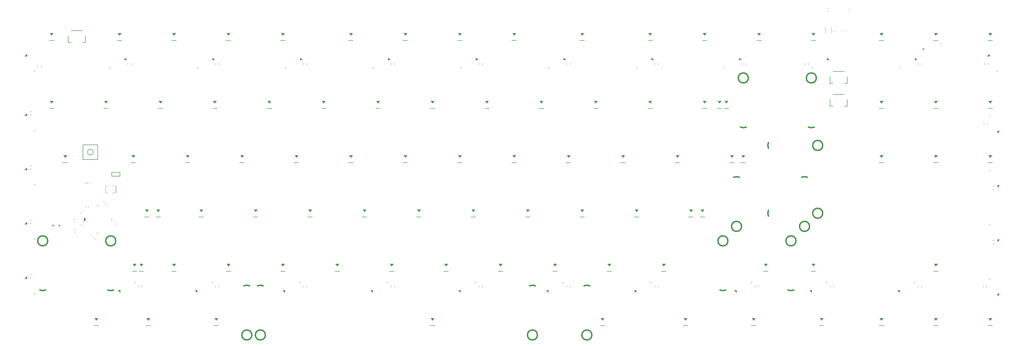
<source format=gbr>
%TF.GenerationSoftware,KiCad,Pcbnew,(5.1.12)-1*%
%TF.CreationDate,2022-11-25T21:31:42+07:00*%
%TF.ProjectId,Solder - Copy,536f6c64-6572-4202-9d20-436f70792e6b,rev?*%
%TF.SameCoordinates,Original*%
%TF.FileFunction,Legend,Bot*%
%TF.FilePolarity,Positive*%
%FSLAX46Y46*%
G04 Gerber Fmt 4.6, Leading zero omitted, Abs format (unit mm)*
G04 Created by KiCad (PCBNEW (5.1.12)-1) date 2022-11-25 21:31:42*
%MOMM*%
%LPD*%
G01*
G04 APERTURE LIST*
%ADD10C,0.150000*%
%ADD11C,0.120000*%
%ADD12C,0.100000*%
%ADD13C,0.500000*%
G04 APERTURE END LIST*
D10*
%TO.C,SW1*%
X50037337Y-78699612D02*
X55237337Y-78699612D01*
X55237337Y-78699612D02*
X55237337Y-73499612D01*
X55237337Y-73499612D02*
X50037337Y-73499612D01*
X50037337Y-73499612D02*
X50037337Y-78699612D01*
X53637337Y-76099612D02*
G75*
G03*
X53637337Y-76099612I-1000000J0D01*
G01*
%TO.C,J5*%
X311574837Y-59987112D02*
X312574837Y-59987112D01*
X311574837Y-57587112D02*
X311574837Y-59987112D01*
X316574837Y-55787112D02*
X312574837Y-55787112D01*
X317574837Y-59987112D02*
X317574837Y-57587112D01*
X316574837Y-59987112D02*
X317574837Y-59987112D01*
%TO.C,J3*%
X311574837Y-51987112D02*
X312574837Y-51987112D01*
X311574837Y-49587112D02*
X311574837Y-51987112D01*
X316574837Y-47787112D02*
X312574837Y-47787112D01*
X317574837Y-51987112D02*
X317574837Y-49587112D01*
X316574837Y-51987112D02*
X317574837Y-51987112D01*
D11*
%TO.C,C38*%
X31451293Y-63007438D02*
X32151293Y-63007438D01*
X32151293Y-61807438D02*
X31451293Y-61807438D01*
%TO.C,C37*%
X32151293Y-118957582D02*
X31451293Y-118957582D01*
X31451293Y-120157582D02*
X32151293Y-120157582D01*
%TO.C,C36*%
X369099017Y-107051302D02*
X368399017Y-107051302D01*
X368399017Y-108251302D02*
X369099017Y-108251302D01*
%TO.C,C35*%
X366967761Y-45493332D02*
X366967761Y-44793332D01*
X365767761Y-44793332D02*
X365767761Y-45493332D01*
%TO.C,C34*%
X31451293Y-82057486D02*
X32151293Y-82057486D01*
X32151293Y-80857486D02*
X31451293Y-80857486D01*
%TO.C,C33*%
X35377863Y-46386303D02*
X35377863Y-45686303D01*
X34177863Y-45686303D02*
X34177863Y-46386303D01*
%TO.C,C32*%
X369099017Y-88001254D02*
X368399017Y-88001254D01*
X368399017Y-89201254D02*
X369099017Y-89201254D01*
%TO.C,C31*%
X32151293Y-99907534D02*
X31451293Y-99907534D01*
X31451293Y-101107534D02*
X32151293Y-101107534D01*
%TO.C,C30*%
X366670104Y-66329322D02*
X366670104Y-65629322D01*
X365470104Y-65629322D02*
X365470104Y-66329322D01*
%TO.C,C29*%
X365172447Y-122779466D02*
X365172447Y-123479466D01*
X366372447Y-123479466D02*
X366372447Y-122779466D01*
%TO.C,C9*%
X66929550Y-45493352D02*
X66929550Y-44793352D01*
X65729550Y-44793352D02*
X65729550Y-45493352D01*
%TO.C,C28*%
X97669550Y-123479355D02*
X97669550Y-122779355D01*
X96469550Y-122779355D02*
X96469550Y-123479355D01*
%TO.C,C27*%
X128409550Y-123479355D02*
X128409550Y-122779355D01*
X127209550Y-122779355D02*
X127209550Y-123479355D01*
%TO.C,C26*%
X189889550Y-123479355D02*
X189889550Y-122779355D01*
X188689550Y-122779355D02*
X188689550Y-123479355D01*
%TO.C,C25*%
X343589550Y-123479355D02*
X343589550Y-122779355D01*
X342389550Y-122779355D02*
X342389550Y-123479355D01*
%TO.C,C24*%
X70719550Y-123479355D02*
X70719550Y-122779355D01*
X69519550Y-122779355D02*
X69519550Y-123479355D01*
%TO.C,C23*%
X220629550Y-123479355D02*
X220629550Y-122779355D01*
X219429550Y-122779355D02*
X219429550Y-123479355D01*
%TO.C,C22*%
X312853867Y-123479355D02*
X312853867Y-122779355D01*
X311653867Y-122779355D02*
X311653867Y-123479355D01*
%TO.C,C21*%
X159149550Y-123479355D02*
X159149550Y-122779355D01*
X157949550Y-122779355D02*
X157949550Y-123479355D01*
%TO.C,C20*%
X286437869Y-123479355D02*
X286437869Y-122779355D01*
X285237869Y-122779355D02*
X285237869Y-123479355D01*
%TO.C,C19*%
X251369550Y-123479355D02*
X251369550Y-122779355D01*
X250169550Y-122779355D02*
X250169550Y-123479355D01*
%TO.C,C18*%
X343589550Y-45493352D02*
X343589550Y-44793352D01*
X342389550Y-44793352D02*
X342389550Y-45493352D01*
%TO.C,C17*%
X304079344Y-45493352D02*
X304079344Y-44793352D01*
X302879344Y-44793352D02*
X302879344Y-45493352D01*
%TO.C,C16*%
X189889550Y-45493352D02*
X189889550Y-44793352D01*
X188689550Y-44793352D02*
X188689550Y-45493352D01*
%TO.C,C15*%
X282109550Y-45493352D02*
X282109550Y-44793352D01*
X280909550Y-44793352D02*
X280909550Y-45493352D01*
%TO.C,C14*%
X220629550Y-45493352D02*
X220629550Y-44793352D01*
X219429550Y-44793352D02*
X219429550Y-45493352D01*
%TO.C,C13*%
X159149550Y-45493352D02*
X159149550Y-44793352D01*
X157949550Y-44793352D02*
X157949550Y-45493352D01*
%TO.C,C12*%
X251369550Y-45493352D02*
X251369550Y-44793352D01*
X250169550Y-44793352D02*
X250169550Y-45493352D01*
%TO.C,C11*%
X128409550Y-45493352D02*
X128409550Y-44793352D01*
X127209550Y-44793352D02*
X127209550Y-45493352D01*
%TO.C,C10*%
X97669550Y-45493352D02*
X97669550Y-44793352D01*
X96469550Y-44793352D02*
X96469550Y-45493352D01*
D12*
%TO.C,RGB5*%
G36*
X96152719Y-43746352D02*
G01*
X95352719Y-43746352D01*
X95352719Y-42946352D01*
X96152719Y-43746352D01*
G37*
X96152719Y-43746352D02*
X95352719Y-43746352D01*
X95352719Y-42946352D01*
X96152719Y-43746352D01*
D11*
X90035719Y-46543352D02*
X90035719Y-46143352D01*
X90035719Y-46543352D02*
X90435719Y-46543352D01*
D12*
%TO.C,RGB30*%
G36*
X62267237Y-124526355D02*
G01*
X63067237Y-124526355D01*
X63067237Y-125326355D01*
X62267237Y-124526355D01*
G37*
X62267237Y-124526355D02*
X63067237Y-124526355D01*
X63067237Y-125326355D01*
X62267237Y-124526355D01*
D11*
X68384237Y-121729355D02*
X68384237Y-122129355D01*
X68384237Y-121729355D02*
X67984237Y-121729355D01*
D12*
%TO.C,RGB29*%
G36*
X89216867Y-124526355D02*
G01*
X90016867Y-124526355D01*
X90016867Y-125326355D01*
X89216867Y-124526355D01*
G37*
X89216867Y-124526355D02*
X90016867Y-124526355D01*
X90016867Y-125326355D01*
X89216867Y-124526355D01*
D11*
X95333867Y-121729355D02*
X95333867Y-122129355D01*
X95333867Y-121729355D02*
X94933867Y-121729355D01*
D12*
%TO.C,RGB28*%
G36*
X119956867Y-124526355D02*
G01*
X120756867Y-124526355D01*
X120756867Y-125326355D01*
X119956867Y-124526355D01*
G37*
X119956867Y-124526355D02*
X120756867Y-124526355D01*
X120756867Y-125326355D01*
X119956867Y-124526355D01*
D11*
X126073867Y-121729355D02*
X126073867Y-122129355D01*
X126073867Y-121729355D02*
X125673867Y-121729355D01*
D12*
%TO.C,RGB27*%
G36*
X150696867Y-124526355D02*
G01*
X151496867Y-124526355D01*
X151496867Y-125326355D01*
X150696867Y-124526355D01*
G37*
X150696867Y-124526355D02*
X151496867Y-124526355D01*
X151496867Y-125326355D01*
X150696867Y-124526355D01*
D11*
X156813867Y-121729355D02*
X156813867Y-122129355D01*
X156813867Y-121729355D02*
X156413867Y-121729355D01*
D12*
%TO.C,RGB26*%
G36*
X181436867Y-124526355D02*
G01*
X182236867Y-124526355D01*
X182236867Y-125326355D01*
X181436867Y-124526355D01*
G37*
X181436867Y-124526355D02*
X182236867Y-124526355D01*
X182236867Y-125326355D01*
X181436867Y-124526355D01*
D11*
X187553867Y-121729355D02*
X187553867Y-122129355D01*
X187553867Y-121729355D02*
X187153867Y-121729355D01*
D12*
%TO.C,RGB25*%
G36*
X212176867Y-124526355D02*
G01*
X212976867Y-124526355D01*
X212976867Y-125326355D01*
X212176867Y-124526355D01*
G37*
X212176867Y-124526355D02*
X212976867Y-124526355D01*
X212976867Y-125326355D01*
X212176867Y-124526355D01*
D11*
X218293867Y-121729355D02*
X218293867Y-122129355D01*
X218293867Y-121729355D02*
X217893867Y-121729355D01*
D12*
%TO.C,RGB24*%
G36*
X242916867Y-124526355D02*
G01*
X243716867Y-124526355D01*
X243716867Y-125326355D01*
X242916867Y-124526355D01*
G37*
X242916867Y-124526355D02*
X243716867Y-124526355D01*
X243716867Y-125326355D01*
X242916867Y-124526355D01*
D11*
X249033867Y-121729355D02*
X249033867Y-122129355D01*
X249033867Y-121729355D02*
X248633867Y-121729355D01*
D12*
%TO.C,RGB23*%
G36*
X278068202Y-124526355D02*
G01*
X278868202Y-124526355D01*
X278868202Y-125326355D01*
X278068202Y-124526355D01*
G37*
X278068202Y-124526355D02*
X278868202Y-124526355D01*
X278868202Y-125326355D01*
X278068202Y-124526355D01*
D11*
X284185202Y-121729355D02*
X284185202Y-122129355D01*
X284185202Y-121729355D02*
X283785202Y-121729355D01*
D12*
%TO.C,RGB22*%
G36*
X304396867Y-124526355D02*
G01*
X305196867Y-124526355D01*
X305196867Y-125326355D01*
X304396867Y-124526355D01*
G37*
X304396867Y-124526355D02*
X305196867Y-124526355D01*
X305196867Y-125326355D01*
X304396867Y-124526355D01*
D11*
X310513867Y-121729355D02*
X310513867Y-122129355D01*
X310513867Y-121729355D02*
X310113867Y-121729355D01*
D12*
%TO.C,RGB21*%
G36*
X335136867Y-124526355D02*
G01*
X335936867Y-124526355D01*
X335936867Y-125326355D01*
X335136867Y-124526355D01*
G37*
X335136867Y-124526355D02*
X335936867Y-124526355D01*
X335936867Y-125326355D01*
X335136867Y-124526355D01*
D11*
X341253867Y-121729355D02*
X341253867Y-122129355D01*
X341253867Y-121729355D02*
X340853867Y-121729355D01*
D12*
%TO.C,RGB12*%
G36*
X370146017Y-126596355D02*
G01*
X370146017Y-125796355D01*
X370946017Y-125796355D01*
X370146017Y-126596355D01*
G37*
X370146017Y-126596355D02*
X370146017Y-125796355D01*
X370946017Y-125796355D01*
X370146017Y-126596355D01*
D11*
X367349017Y-120479355D02*
X367749017Y-120479355D01*
X367349017Y-120479355D02*
X367349017Y-120879355D01*
D12*
%TO.C,RGB9*%
G36*
X370146017Y-107546339D02*
G01*
X370146017Y-106746339D01*
X370946017Y-106746339D01*
X370146017Y-107546339D01*
G37*
X370146017Y-107546339D02*
X370146017Y-106746339D01*
X370946017Y-106746339D01*
X370146017Y-107546339D01*
D11*
X367349017Y-101429339D02*
X367749017Y-101429339D01*
X367349017Y-101429339D02*
X367349017Y-101829339D01*
D12*
%TO.C,RGB6*%
G36*
X370146017Y-88496370D02*
G01*
X370146017Y-87696370D01*
X370946017Y-87696370D01*
X370146017Y-88496370D01*
G37*
X370146017Y-88496370D02*
X370146017Y-87696370D01*
X370946017Y-87696370D01*
X370146017Y-88496370D01*
D11*
X367349017Y-82379370D02*
X367749017Y-82379370D01*
X367349017Y-82379370D02*
X367349017Y-82779370D01*
D12*
%TO.C,RGB3*%
G36*
X370146017Y-69446307D02*
G01*
X370146017Y-68646307D01*
X370946017Y-68646307D01*
X370146017Y-69446307D01*
G37*
X370146017Y-69446307D02*
X370146017Y-68646307D01*
X370946017Y-68646307D01*
X370146017Y-69446307D01*
D11*
X367349017Y-63329307D02*
X367749017Y-63329307D01*
X367349017Y-63329307D02*
X367349017Y-63729307D01*
D12*
%TO.C,RGB20*%
G36*
X367352017Y-41676332D02*
G01*
X367352017Y-42476332D01*
X366552017Y-42476332D01*
X367352017Y-41676332D01*
G37*
X367352017Y-41676332D02*
X367352017Y-42476332D01*
X366552017Y-42476332D01*
X367352017Y-41676332D01*
D11*
X370149017Y-47793332D02*
X369749017Y-47793332D01*
X370149017Y-47793332D02*
X370149017Y-47393332D01*
D12*
%TO.C,RGB19*%
G36*
X342071265Y-43746352D02*
G01*
X341271265Y-43746352D01*
X341271265Y-42946352D01*
X342071265Y-43746352D01*
G37*
X342071265Y-43746352D02*
X341271265Y-43746352D01*
X341271265Y-42946352D01*
X342071265Y-43746352D01*
D11*
X335954265Y-46543352D02*
X335954265Y-46143352D01*
X335954265Y-46543352D02*
X336354265Y-46543352D01*
D12*
%TO.C,RGB18*%
G36*
X311331447Y-43746352D02*
G01*
X310531447Y-43746352D01*
X310531447Y-42946352D01*
X311331447Y-43746352D01*
G37*
X311331447Y-43746352D02*
X310531447Y-43746352D01*
X310531447Y-42946352D01*
X311331447Y-43746352D01*
D11*
X305214447Y-46543352D02*
X305214447Y-46143352D01*
X305214447Y-46543352D02*
X305614447Y-46543352D01*
D12*
%TO.C,RGB17*%
G36*
X280591629Y-43746352D02*
G01*
X279791629Y-43746352D01*
X279791629Y-42946352D01*
X280591629Y-43746352D01*
G37*
X280591629Y-43746352D02*
X279791629Y-43746352D01*
X279791629Y-42946352D01*
X280591629Y-43746352D01*
D11*
X274474629Y-46543352D02*
X274474629Y-46143352D01*
X274474629Y-46543352D02*
X274874629Y-46543352D01*
D12*
%TO.C,RGB16*%
G36*
X249851810Y-43746352D02*
G01*
X249051810Y-43746352D01*
X249051810Y-42946352D01*
X249851810Y-43746352D01*
G37*
X249851810Y-43746352D02*
X249051810Y-43746352D01*
X249051810Y-42946352D01*
X249851810Y-43746352D01*
D11*
X243734810Y-46543352D02*
X243734810Y-46143352D01*
X243734810Y-46543352D02*
X244134810Y-46543352D01*
D12*
%TO.C,RGB15*%
G36*
X219111992Y-43746352D02*
G01*
X218311992Y-43746352D01*
X218311992Y-42946352D01*
X219111992Y-43746352D01*
G37*
X219111992Y-43746352D02*
X218311992Y-43746352D01*
X218311992Y-42946352D01*
X219111992Y-43746352D01*
D11*
X212994992Y-46543352D02*
X212994992Y-46143352D01*
X212994992Y-46543352D02*
X213394992Y-46543352D01*
D12*
%TO.C,RGB14*%
G36*
X188372174Y-43746352D02*
G01*
X187572174Y-43746352D01*
X187572174Y-42946352D01*
X188372174Y-43746352D01*
G37*
X188372174Y-43746352D02*
X187572174Y-43746352D01*
X187572174Y-42946352D01*
X188372174Y-43746352D01*
D11*
X182255174Y-46543352D02*
X182255174Y-46143352D01*
X182255174Y-46543352D02*
X182655174Y-46543352D01*
D12*
%TO.C,RGB11*%
G36*
X157632356Y-43746352D02*
G01*
X156832356Y-43746352D01*
X156832356Y-42946352D01*
X157632356Y-43746352D01*
G37*
X157632356Y-43746352D02*
X156832356Y-43746352D01*
X156832356Y-42946352D01*
X157632356Y-43746352D01*
D11*
X151515356Y-46543352D02*
X151515356Y-46143352D01*
X151515356Y-46543352D02*
X151915356Y-46543352D01*
D12*
%TO.C,RGB8*%
G36*
X126892538Y-43746352D02*
G01*
X126092538Y-43746352D01*
X126092538Y-42946352D01*
X126892538Y-43746352D01*
G37*
X126892538Y-43746352D02*
X126092538Y-43746352D01*
X126092538Y-42946352D01*
X126892538Y-43746352D01*
D11*
X120775538Y-46543352D02*
X120775538Y-46143352D01*
X120775538Y-46543352D02*
X121175538Y-46543352D01*
D12*
%TO.C,RGB2*%
G36*
X65412901Y-43746352D02*
G01*
X64612901Y-43746352D01*
X64612901Y-42946352D01*
X65412901Y-43746352D01*
G37*
X65412901Y-43746352D02*
X64612901Y-43746352D01*
X64612901Y-42946352D01*
X65412901Y-43746352D01*
D11*
X59295901Y-46543352D02*
X59295901Y-46143352D01*
X59295901Y-46543352D02*
X59695901Y-46543352D01*
D12*
%TO.C,RGB1*%
G36*
X30404293Y-119662355D02*
G01*
X30404293Y-120462355D01*
X29604293Y-120462355D01*
X30404293Y-119662355D01*
G37*
X30404293Y-119662355D02*
X30404293Y-120462355D01*
X29604293Y-120462355D01*
X30404293Y-119662355D01*
D11*
X33201293Y-125779355D02*
X32801293Y-125779355D01*
X33201293Y-125779355D02*
X33201293Y-125379355D01*
%TO.C,R5*%
X46944587Y-104254612D02*
X47344587Y-104254612D01*
X46944587Y-103404612D02*
X47344587Y-103404612D01*
D12*
%TO.C,RGB13*%
G36*
X30404293Y-41676352D02*
G01*
X30404293Y-42476352D01*
X29604293Y-42476352D01*
X30404293Y-41676352D01*
G37*
X30404293Y-41676352D02*
X30404293Y-42476352D01*
X29604293Y-42476352D01*
X30404293Y-41676352D01*
D11*
X33201293Y-47793352D02*
X32801293Y-47793352D01*
X33201293Y-47793352D02*
X33201293Y-47393352D01*
D12*
%TO.C,RGB10*%
G36*
X30404293Y-62512307D02*
G01*
X30404293Y-63312307D01*
X29604293Y-63312307D01*
X30404293Y-62512307D01*
G37*
X30404293Y-62512307D02*
X30404293Y-63312307D01*
X29604293Y-63312307D01*
X30404293Y-62512307D01*
D11*
X33201293Y-68629307D02*
X32801293Y-68629307D01*
X33201293Y-68629307D02*
X33201293Y-68229307D01*
D12*
%TO.C,RGB7*%
G36*
X30404293Y-81562323D02*
G01*
X30404293Y-82362323D01*
X29604293Y-82362323D01*
X30404293Y-81562323D01*
G37*
X30404293Y-81562323D02*
X30404293Y-82362323D01*
X29604293Y-82362323D01*
X30404293Y-81562323D01*
D11*
X33201293Y-87679323D02*
X32801293Y-87679323D01*
X33201293Y-87679323D02*
X33201293Y-87279323D01*
D12*
%TO.C,RGB4*%
G36*
X30404293Y-100612339D02*
G01*
X30404293Y-101412339D01*
X29604293Y-101412339D01*
X30404293Y-100612339D01*
G37*
X30404293Y-100612339D02*
X30404293Y-101412339D01*
X29604293Y-101412339D01*
X30404293Y-100612339D01*
D11*
X33201293Y-106729339D02*
X32801293Y-106729339D01*
X33201293Y-106729339D02*
X33201293Y-106329339D01*
D10*
%TO.C,J2*%
X44874837Y-37637112D02*
X45874837Y-37637112D01*
X44874837Y-35237112D02*
X44874837Y-37637112D01*
X49874837Y-33437112D02*
X45874837Y-33437112D01*
X50874837Y-37637112D02*
X50874837Y-35237112D01*
X49874837Y-37637112D02*
X50874837Y-37637112D01*
D13*
%TO.C,MX7*%
X37718587Y-107214612D02*
G75*
G03*
X37718587Y-107214612I-1750000J0D01*
G01*
X61531087Y-107214612D02*
G75*
G03*
X61531087Y-107214612I-1750000J0D01*
G01*
X58782138Y-124455137D02*
G75*
G03*
X60781087Y-124454612I998949J2000525D01*
G01*
X34969638Y-124455137D02*
G75*
G03*
X36968587Y-124454612I998949J2000525D01*
G01*
D12*
%TO.C,D86*%
G36*
X348630087Y-35137112D02*
G01*
X349230087Y-34337112D01*
X348030087Y-34337112D01*
X348630087Y-35137112D01*
G37*
X348630087Y-35137112D02*
X349230087Y-34337112D01*
X348030087Y-34337112D01*
X348630087Y-35137112D01*
D10*
X347830087Y-36937112D02*
X349430087Y-36937112D01*
D12*
%TO.C,D82*%
G36*
X329580087Y-35137112D02*
G01*
X330180087Y-34337112D01*
X328980087Y-34337112D01*
X329580087Y-35137112D01*
G37*
X329580087Y-35137112D02*
X330180087Y-34337112D01*
X328980087Y-34337112D01*
X329580087Y-35137112D01*
D10*
X328780087Y-36937112D02*
X330380087Y-36937112D01*
D12*
%TO.C,D91*%
G36*
X367680087Y-35137112D02*
G01*
X368280087Y-34337112D01*
X367080087Y-34337112D01*
X367680087Y-35137112D01*
G37*
X367680087Y-35137112D02*
X368280087Y-34337112D01*
X367080087Y-34337112D01*
X367680087Y-35137112D01*
D10*
X366880087Y-36937112D02*
X368480087Y-36937112D01*
D11*
%TO.C,R10*%
X315649837Y-33437112D02*
X315649837Y-33837112D01*
X316499837Y-33437112D02*
X316499837Y-33837112D01*
%TO.C,F1*%
X312019837Y-34249612D02*
X312019837Y-32249612D01*
X309879837Y-32249612D02*
X309879837Y-34249612D01*
D12*
%TO.C,D64*%
G36*
X267667587Y-35137112D02*
G01*
X268267587Y-34337112D01*
X267067587Y-34337112D01*
X267667587Y-35137112D01*
G37*
X267667587Y-35137112D02*
X268267587Y-34337112D01*
X267067587Y-34337112D01*
X267667587Y-35137112D01*
D10*
X266867587Y-36937112D02*
X268467587Y-36937112D01*
D11*
%TO.C,R9*%
X313499837Y-33837112D02*
X313499837Y-33437112D01*
X312649837Y-33837112D02*
X312649837Y-33437112D01*
%TO.C,R6*%
X311004837Y-25712112D02*
X310604837Y-25712112D01*
X311004837Y-26562112D02*
X310604837Y-26562112D01*
%TO.C,C8*%
X318544837Y-25712112D02*
X318144837Y-25712112D01*
X318544837Y-26562112D02*
X318144837Y-26562112D01*
%TO.C,R3*%
X350620587Y-37892112D02*
X350220587Y-37892112D01*
X350620587Y-38742112D02*
X350220587Y-38742112D01*
D12*
%TO.C,D22*%
G36*
X100980087Y-35137112D02*
G01*
X101580087Y-34337112D01*
X100380087Y-34337112D01*
X100980087Y-35137112D01*
G37*
X100980087Y-35137112D02*
X101580087Y-34337112D01*
X100380087Y-34337112D01*
X100980087Y-35137112D01*
D10*
X100180087Y-36937112D02*
X101780087Y-36937112D01*
D12*
%TO.C,D32*%
G36*
X143842587Y-35137112D02*
G01*
X144442587Y-34337112D01*
X143242587Y-34337112D01*
X143842587Y-35137112D01*
G37*
X143842587Y-35137112D02*
X144442587Y-34337112D01*
X143242587Y-34337112D01*
X143842587Y-35137112D01*
D10*
X143042587Y-36937112D02*
X144642587Y-36937112D01*
D12*
%TO.C,D76*%
G36*
X305767587Y-35137112D02*
G01*
X306367587Y-34337112D01*
X305167587Y-34337112D01*
X305767587Y-35137112D01*
G37*
X305767587Y-35137112D02*
X306367587Y-34337112D01*
X305167587Y-34337112D01*
X305767587Y-35137112D01*
D10*
X304967587Y-36937112D02*
X306567587Y-36937112D01*
D12*
%TO.C,D37*%
G36*
X162892587Y-35137112D02*
G01*
X163492587Y-34337112D01*
X162292587Y-34337112D01*
X162892587Y-35137112D01*
G37*
X162892587Y-35137112D02*
X163492587Y-34337112D01*
X162292587Y-34337112D01*
X162892587Y-35137112D01*
D10*
X162092587Y-36937112D02*
X163692587Y-36937112D01*
D12*
%TO.C,D70*%
G36*
X286717587Y-35137112D02*
G01*
X287317587Y-34337112D01*
X286117587Y-34337112D01*
X286717587Y-35137112D01*
G37*
X286717587Y-35137112D02*
X287317587Y-34337112D01*
X286117587Y-34337112D01*
X286717587Y-35137112D01*
D10*
X285917587Y-36937112D02*
X287517587Y-36937112D01*
D12*
%TO.C,D27*%
G36*
X120030087Y-35137112D02*
G01*
X120630087Y-34337112D01*
X119430087Y-34337112D01*
X120030087Y-35137112D01*
G37*
X120030087Y-35137112D02*
X120630087Y-34337112D01*
X119430087Y-34337112D01*
X120030087Y-35137112D01*
D10*
X119230087Y-36937112D02*
X120830087Y-36937112D01*
D12*
%TO.C,D53*%
G36*
X224805087Y-35137112D02*
G01*
X225405087Y-34337112D01*
X224205087Y-34337112D01*
X224805087Y-35137112D01*
G37*
X224805087Y-35137112D02*
X225405087Y-34337112D01*
X224205087Y-34337112D01*
X224805087Y-35137112D01*
D10*
X224005087Y-36937112D02*
X225605087Y-36937112D01*
D12*
%TO.C,D58*%
G36*
X248617587Y-35137112D02*
G01*
X249217587Y-34337112D01*
X248017587Y-34337112D01*
X248617587Y-35137112D01*
G37*
X248617587Y-35137112D02*
X249217587Y-34337112D01*
X248017587Y-34337112D01*
X248617587Y-35137112D01*
D10*
X247817587Y-36937112D02*
X249417587Y-36937112D01*
D12*
%TO.C,D43*%
G36*
X181942587Y-35137112D02*
G01*
X182542587Y-34337112D01*
X181342587Y-34337112D01*
X181942587Y-35137112D01*
G37*
X181942587Y-35137112D02*
X182542587Y-34337112D01*
X181342587Y-34337112D01*
X181942587Y-35137112D01*
D10*
X181142587Y-36937112D02*
X182742587Y-36937112D01*
D12*
%TO.C,D16*%
G36*
X81930087Y-35137112D02*
G01*
X82530087Y-34337112D01*
X81330087Y-34337112D01*
X81930087Y-35137112D01*
G37*
X81930087Y-35137112D02*
X82530087Y-34337112D01*
X81330087Y-34337112D01*
X81930087Y-35137112D01*
D10*
X81130087Y-36937112D02*
X82730087Y-36937112D01*
D12*
%TO.C,D48*%
G36*
X200992587Y-35137112D02*
G01*
X201592587Y-34337112D01*
X200392587Y-34337112D01*
X200992587Y-35137112D01*
G37*
X200992587Y-35137112D02*
X201592587Y-34337112D01*
X200392587Y-34337112D01*
X200992587Y-35137112D01*
D10*
X200192587Y-36937112D02*
X201792587Y-36937112D01*
D12*
%TO.C,D4*%
G36*
X39067587Y-35137112D02*
G01*
X39667587Y-34337112D01*
X38467587Y-34337112D01*
X39067587Y-35137112D01*
G37*
X39067587Y-35137112D02*
X39667587Y-34337112D01*
X38467587Y-34337112D01*
X39067587Y-35137112D01*
D10*
X38267587Y-36937112D02*
X39867587Y-36937112D01*
D12*
%TO.C,D10*%
G36*
X62880087Y-35137112D02*
G01*
X63480087Y-34337112D01*
X62280087Y-34337112D01*
X62880087Y-35137112D01*
G37*
X62880087Y-35137112D02*
X63480087Y-34337112D01*
X62280087Y-34337112D01*
X62880087Y-35137112D01*
D10*
X62080087Y-36937112D02*
X63680087Y-36937112D01*
D12*
%TO.C,D84*%
G36*
X329580087Y-77999612D02*
G01*
X330180087Y-77199612D01*
X328980087Y-77199612D01*
X329580087Y-77999612D01*
G37*
X329580087Y-77999612D02*
X330180087Y-77199612D01*
X328980087Y-77199612D01*
X329580087Y-77999612D01*
D10*
X328780087Y-79799612D02*
X330380087Y-79799612D01*
D12*
%TO.C,D93*%
G36*
X367680087Y-77999612D02*
G01*
X368280087Y-77199612D01*
X367080087Y-77199612D01*
X367680087Y-77999612D01*
G37*
X367680087Y-77999612D02*
X368280087Y-77199612D01*
X367080087Y-77199612D01*
X367680087Y-77999612D01*
D10*
X366880087Y-79799612D02*
X368480087Y-79799612D01*
D12*
%TO.C,D94*%
G36*
X367680087Y-135149612D02*
G01*
X368280087Y-134349612D01*
X367080087Y-134349612D01*
X367680087Y-135149612D01*
G37*
X367680087Y-135149612D02*
X368280087Y-134349612D01*
X367080087Y-134349612D01*
X367680087Y-135149612D01*
D10*
X366880087Y-136949612D02*
X368480087Y-136949612D01*
D12*
%TO.C,D89*%
G36*
X348630087Y-116099612D02*
G01*
X349230087Y-115299612D01*
X348030087Y-115299612D01*
X348630087Y-116099612D01*
G37*
X348630087Y-116099612D02*
X349230087Y-115299612D01*
X348030087Y-115299612D01*
X348630087Y-116099612D01*
D10*
X347830087Y-117899612D02*
X349430087Y-117899612D01*
D12*
%TO.C,D88*%
G36*
X348630087Y-77999612D02*
G01*
X349230087Y-77199612D01*
X348030087Y-77199612D01*
X348630087Y-77999612D01*
G37*
X348630087Y-77999612D02*
X349230087Y-77199612D01*
X348030087Y-77199612D01*
X348630087Y-77999612D01*
D10*
X347830087Y-79799612D02*
X349430087Y-79799612D01*
D12*
%TO.C,D85*%
G36*
X329580087Y-135149612D02*
G01*
X330180087Y-134349612D01*
X328980087Y-134349612D01*
X329580087Y-135149612D01*
G37*
X329580087Y-135149612D02*
X330180087Y-134349612D01*
X328980087Y-134349612D01*
X329580087Y-135149612D01*
D10*
X328780087Y-136949612D02*
X330380087Y-136949612D01*
D12*
%TO.C,D90*%
G36*
X348630087Y-135149612D02*
G01*
X349230087Y-134349612D01*
X348030087Y-134349612D01*
X348630087Y-135149612D01*
G37*
X348630087Y-135149612D02*
X349230087Y-134349612D01*
X348030087Y-134349612D01*
X348630087Y-135149612D01*
D10*
X347830087Y-136949612D02*
X349430087Y-136949612D01*
D12*
%TO.C,D92*%
G36*
X367680087Y-58949612D02*
G01*
X368280087Y-58149612D01*
X367080087Y-58149612D01*
X367680087Y-58949612D01*
G37*
X367680087Y-58949612D02*
X368280087Y-58149612D01*
X367080087Y-58149612D01*
X367680087Y-58949612D01*
D10*
X366880087Y-60749612D02*
X368480087Y-60749612D01*
D12*
%TO.C,D87*%
G36*
X348630087Y-58949612D02*
G01*
X349230087Y-58149612D01*
X348030087Y-58149612D01*
X348630087Y-58949612D01*
G37*
X348630087Y-58949612D02*
X349230087Y-58149612D01*
X348030087Y-58149612D01*
X348630087Y-58949612D01*
D10*
X347830087Y-60749612D02*
X349430087Y-60749612D01*
D12*
%TO.C,D83*%
G36*
X329580087Y-58949612D02*
G01*
X330180087Y-58149612D01*
X328980087Y-58149612D01*
X329580087Y-58949612D01*
G37*
X329580087Y-58949612D02*
X330180087Y-58149612D01*
X328980087Y-58149612D01*
X329580087Y-58949612D01*
D10*
X328780087Y-60749612D02*
X330380087Y-60749612D01*
D11*
%TO.C,R2*%
X47344587Y-99804612D02*
X46944587Y-99804612D01*
X47344587Y-100654612D02*
X46944587Y-100654612D01*
D10*
%TO.C,U2*%
X60099837Y-84499612D02*
X60099837Y-83199612D01*
X62999837Y-84499612D02*
X60099837Y-84499612D01*
X62999837Y-83199612D02*
X62999837Y-84499612D01*
X62999837Y-83199612D02*
X60099837Y-83199612D01*
D13*
%TO.C,MX96*%
X282987337Y-50064612D02*
G75*
G03*
X282987337Y-50064612I-1750000J0D01*
G01*
X306799837Y-50064612D02*
G75*
G03*
X306799837Y-50064612I-1750000J0D01*
G01*
X280238388Y-67305137D02*
G75*
G03*
X282237337Y-67304612I998949J2000525D01*
G01*
X304050888Y-67305137D02*
G75*
G03*
X306049837Y-67304612I998949J2000525D01*
G01*
D12*
%TO.C,D81*%
G36*
X308621767Y-135149612D02*
G01*
X309221767Y-134349612D01*
X308021767Y-134349612D01*
X308621767Y-135149612D01*
G37*
X308621767Y-135149612D02*
X309221767Y-134349612D01*
X308021767Y-134349612D01*
X308621767Y-135149612D01*
D10*
X307821767Y-136949612D02*
X309421767Y-136949612D01*
D12*
%TO.C,D80*%
G36*
X305767587Y-116099612D02*
G01*
X306367587Y-115299612D01*
X305167587Y-115299612D01*
X305767587Y-116099612D01*
G37*
X305767587Y-116099612D02*
X306367587Y-115299612D01*
X305167587Y-115299612D01*
X305767587Y-116099612D01*
D10*
X304967587Y-117899612D02*
X306567587Y-117899612D01*
D12*
%TO.C,D75*%
G36*
X284809267Y-135149612D02*
G01*
X285409267Y-134349612D01*
X284209267Y-134349612D01*
X284809267Y-135149612D01*
G37*
X284809267Y-135149612D02*
X285409267Y-134349612D01*
X284209267Y-134349612D01*
X284809267Y-135149612D01*
D10*
X284009267Y-136949612D02*
X285609267Y-136949612D01*
D12*
%TO.C,D74*%
G36*
X289098837Y-116099612D02*
G01*
X289698837Y-115299612D01*
X288498837Y-115299612D01*
X289098837Y-116099612D01*
G37*
X289098837Y-116099612D02*
X289698837Y-115299612D01*
X288498837Y-115299612D01*
X289098837Y-116099612D01*
D10*
X288298837Y-117899612D02*
X289898837Y-117899612D01*
D12*
%TO.C,D73*%
G36*
X266905087Y-97049612D02*
G01*
X267505087Y-96249612D01*
X266305087Y-96249612D01*
X266905087Y-97049612D01*
G37*
X266905087Y-97049612D02*
X267505087Y-96249612D01*
X266305087Y-96249612D01*
X266905087Y-97049612D01*
D10*
X266105087Y-98849612D02*
X267705087Y-98849612D01*
D12*
%TO.C,D69*%
G36*
X260996767Y-135149612D02*
G01*
X261596767Y-134349612D01*
X260396767Y-134349612D01*
X260996767Y-135149612D01*
G37*
X260996767Y-135149612D02*
X261596767Y-134349612D01*
X260396767Y-134349612D01*
X260996767Y-135149612D01*
D10*
X260196767Y-136949612D02*
X261796767Y-136949612D01*
D12*
%TO.C,D67*%
G36*
X262905087Y-97049612D02*
G01*
X263505087Y-96249612D01*
X262305087Y-96249612D01*
X262905087Y-97049612D01*
G37*
X262905087Y-97049612D02*
X263505087Y-96249612D01*
X262305087Y-96249612D01*
X262905087Y-97049612D01*
D10*
X262105087Y-98849612D02*
X263705087Y-98849612D01*
D12*
%TO.C,D63*%
G36*
X231948837Y-135149612D02*
G01*
X232548837Y-134349612D01*
X231348837Y-134349612D01*
X231948837Y-135149612D01*
G37*
X231948837Y-135149612D02*
X232548837Y-134349612D01*
X231348837Y-134349612D01*
X231948837Y-135149612D01*
D10*
X231148837Y-136949612D02*
X232748837Y-136949612D01*
D13*
%TO.C,MX90*%
X309022337Y-73718362D02*
G75*
G03*
X309022337Y-73718362I-1750000J0D01*
G01*
X309022337Y-97530862D02*
G75*
G03*
X309022337Y-97530862I-1750000J0D01*
G01*
X290031812Y-96531913D02*
G75*
G03*
X290032337Y-98530862I2000525J-998949D01*
G01*
X290031812Y-72719413D02*
G75*
G03*
X290032337Y-74718362I2000525J-998949D01*
G01*
%TO.C,MX43*%
X228218587Y-140234612D02*
G75*
G03*
X228218587Y-140234612I-1750000J0D01*
G01*
X113918587Y-140234612D02*
G75*
G03*
X113918587Y-140234612I-1750000J0D01*
G01*
X113167536Y-122994087D02*
G75*
G03*
X111168587Y-122994612I-998949J-2000525D01*
G01*
X227467536Y-122994087D02*
G75*
G03*
X225468587Y-122994612I-998949J-2000525D01*
G01*
D12*
%TO.C,D68*%
G36*
X253380087Y-116099612D02*
G01*
X253980087Y-115299612D01*
X252780087Y-115299612D01*
X253380087Y-116099612D01*
G37*
X253380087Y-116099612D02*
X253980087Y-115299612D01*
X252780087Y-115299612D01*
X253380087Y-116099612D01*
D10*
X252580087Y-117899612D02*
X254180087Y-117899612D01*
D12*
%TO.C,D62*%
G36*
X234330087Y-116099612D02*
G01*
X234930087Y-115299612D01*
X233730087Y-115299612D01*
X234330087Y-116099612D01*
G37*
X234330087Y-116099612D02*
X234930087Y-115299612D01*
X233730087Y-115299612D01*
X234330087Y-116099612D01*
D10*
X233530087Y-117899612D02*
X235130087Y-117899612D01*
D12*
%TO.C,D57*%
G36*
X215280087Y-116099612D02*
G01*
X215880087Y-115299612D01*
X214680087Y-115299612D01*
X215280087Y-116099612D01*
G37*
X215280087Y-116099612D02*
X215880087Y-115299612D01*
X214680087Y-115299612D01*
X215280087Y-116099612D01*
D10*
X214480087Y-117899612D02*
X216080087Y-117899612D01*
D12*
%TO.C,D52*%
G36*
X196230087Y-116099612D02*
G01*
X196830087Y-115299612D01*
X195630087Y-115299612D01*
X196230087Y-116099612D01*
G37*
X196230087Y-116099612D02*
X196830087Y-115299612D01*
X195630087Y-115299612D01*
X196230087Y-116099612D01*
D10*
X195430087Y-117899612D02*
X197030087Y-117899612D01*
D12*
%TO.C,D47*%
G36*
X177180087Y-116099612D02*
G01*
X177780087Y-115299612D01*
X176580087Y-115299612D01*
X177180087Y-116099612D01*
G37*
X177180087Y-116099612D02*
X177780087Y-115299612D01*
X176580087Y-115299612D01*
X177180087Y-116099612D01*
D10*
X176380087Y-117899612D02*
X177980087Y-117899612D01*
D12*
%TO.C,D42*%
G36*
X172417587Y-135149612D02*
G01*
X173017587Y-134349612D01*
X171817587Y-134349612D01*
X172417587Y-135149612D01*
G37*
X172417587Y-135149612D02*
X173017587Y-134349612D01*
X171817587Y-134349612D01*
X172417587Y-135149612D01*
D10*
X171617587Y-136949612D02*
X173217587Y-136949612D01*
D12*
%TO.C,D41*%
G36*
X158130087Y-116099612D02*
G01*
X158730087Y-115299612D01*
X157530087Y-115299612D01*
X158130087Y-116099612D01*
G37*
X158130087Y-116099612D02*
X158730087Y-115299612D01*
X157530087Y-115299612D01*
X158130087Y-116099612D01*
D10*
X157330087Y-117899612D02*
X158930087Y-117899612D01*
D12*
%TO.C,D36*%
G36*
X139080087Y-116099612D02*
G01*
X139680087Y-115299612D01*
X138480087Y-115299612D01*
X139080087Y-116099612D01*
G37*
X139080087Y-116099612D02*
X139680087Y-115299612D01*
X138480087Y-115299612D01*
X139080087Y-116099612D01*
D10*
X138280087Y-117899612D02*
X139880087Y-117899612D01*
D12*
%TO.C,D31*%
G36*
X120030087Y-116099612D02*
G01*
X120630087Y-115299612D01*
X119430087Y-115299612D01*
X120030087Y-116099612D01*
G37*
X120030087Y-116099612D02*
X120630087Y-115299612D01*
X119430087Y-115299612D01*
X120030087Y-116099612D01*
D10*
X119230087Y-117899612D02*
X120830087Y-117899612D01*
D12*
%TO.C,D21*%
G36*
X96690617Y-135149612D02*
G01*
X97290617Y-134349612D01*
X96090617Y-134349612D01*
X96690617Y-135149612D01*
G37*
X96690617Y-135149612D02*
X97290617Y-134349612D01*
X96090617Y-134349612D01*
X96690617Y-135149612D01*
D10*
X95890617Y-136949612D02*
X97490617Y-136949612D01*
D12*
%TO.C,D15*%
G36*
X72878017Y-135149612D02*
G01*
X73478017Y-134349612D01*
X72278017Y-134349612D01*
X72878017Y-135149612D01*
G37*
X72878017Y-135149612D02*
X73478017Y-134349612D01*
X72278017Y-134349612D01*
X72878017Y-135149612D01*
D10*
X72078017Y-136949612D02*
X73678017Y-136949612D01*
D12*
%TO.C,D54*%
G36*
X210517587Y-58949612D02*
G01*
X211117587Y-58149612D01*
X209917587Y-58149612D01*
X210517587Y-58949612D01*
G37*
X210517587Y-58949612D02*
X211117587Y-58149612D01*
X209917587Y-58149612D01*
X210517587Y-58949612D01*
D10*
X209717587Y-60749612D02*
X211317587Y-60749612D01*
D13*
%TO.C,MX49*%
X109162437Y-140234612D02*
G75*
G03*
X109162437Y-140234612I-1750000J0D01*
G01*
X209162237Y-140234612D02*
G75*
G03*
X209162237Y-140234612I-1750000J0D01*
G01*
X108411386Y-122994087D02*
G75*
G03*
X106412437Y-122994612I-998949J-2000525D01*
G01*
X208411186Y-122994087D02*
G75*
G03*
X206412237Y-122994612I-998949J-2000525D01*
G01*
%TO.C,MX87*%
X275843587Y-107214612D02*
G75*
G03*
X275843587Y-107214612I-1750000J0D01*
G01*
X299656087Y-107214612D02*
G75*
G03*
X299656087Y-107214612I-1750000J0D01*
G01*
X273094638Y-124455137D02*
G75*
G03*
X275093587Y-124454612I998949J2000525D01*
G01*
X296907138Y-124455137D02*
G75*
G03*
X298906087Y-124454612I998949J2000525D01*
G01*
%TO.C,MX85*%
X304418587Y-102134612D02*
G75*
G03*
X304418587Y-102134612I-1750000J0D01*
G01*
X280606087Y-102134612D02*
G75*
G03*
X280606087Y-102134612I-1750000J0D01*
G01*
X303667536Y-84894087D02*
G75*
G03*
X301668587Y-84894612I-998949J-2000525D01*
G01*
X279855036Y-84894087D02*
G75*
G03*
X277856087Y-84894612I-998949J-2000525D01*
G01*
D12*
%TO.C,D79*%
G36*
X272902962Y-58949612D02*
G01*
X273502962Y-58149612D01*
X272302962Y-58149612D01*
X272902962Y-58949612D01*
G37*
X272902962Y-58949612D02*
X273502962Y-58149612D01*
X272302962Y-58149612D01*
X272902962Y-58949612D01*
D10*
X272102962Y-60749612D02*
X273702962Y-60749612D01*
D12*
%TO.C,D78*%
G36*
X281192587Y-77999612D02*
G01*
X281792587Y-77199612D01*
X280592587Y-77199612D01*
X281192587Y-77999612D01*
G37*
X281192587Y-77999612D02*
X281792587Y-77199612D01*
X280592587Y-77199612D01*
X281192587Y-77999612D01*
D10*
X280392587Y-79799612D02*
X281992587Y-79799612D01*
D12*
%TO.C,D77*%
G36*
X275284212Y-58949612D02*
G01*
X275884212Y-58149612D01*
X274684212Y-58149612D01*
X275284212Y-58949612D01*
G37*
X275284212Y-58949612D02*
X275884212Y-58149612D01*
X274684212Y-58149612D01*
X275284212Y-58949612D01*
D10*
X274484212Y-60749612D02*
X276084212Y-60749612D01*
D12*
%TO.C,D72*%
G36*
X277192587Y-77999612D02*
G01*
X277792587Y-77199612D01*
X276592587Y-77199612D01*
X277192587Y-77999612D01*
G37*
X277192587Y-77999612D02*
X277792587Y-77199612D01*
X276592587Y-77199612D01*
X277192587Y-77999612D01*
D10*
X276392587Y-79799612D02*
X277992587Y-79799612D01*
D12*
%TO.C,D71*%
G36*
X267667587Y-58949612D02*
G01*
X268267587Y-58149612D01*
X267067587Y-58149612D01*
X267667587Y-58949612D01*
G37*
X267667587Y-58949612D02*
X268267587Y-58149612D01*
X267067587Y-58149612D01*
X267667587Y-58949612D01*
D10*
X266867587Y-60749612D02*
X268467587Y-60749612D01*
D12*
%TO.C,D66*%
G36*
X258142587Y-77999612D02*
G01*
X258742587Y-77199612D01*
X257542587Y-77199612D01*
X258142587Y-77999612D01*
G37*
X258142587Y-77999612D02*
X258742587Y-77199612D01*
X257542587Y-77199612D01*
X258142587Y-77999612D01*
D10*
X257342587Y-79799612D02*
X258942587Y-79799612D01*
D12*
%TO.C,D65*%
G36*
X248617587Y-58949612D02*
G01*
X249217587Y-58149612D01*
X248017587Y-58149612D01*
X248617587Y-58949612D01*
G37*
X248617587Y-58949612D02*
X249217587Y-58149612D01*
X248017587Y-58149612D01*
X248617587Y-58949612D01*
D10*
X247817587Y-60749612D02*
X249417587Y-60749612D01*
D12*
%TO.C,D61*%
G36*
X243855087Y-97049612D02*
G01*
X244455087Y-96249612D01*
X243255087Y-96249612D01*
X243855087Y-97049612D01*
G37*
X243855087Y-97049612D02*
X244455087Y-96249612D01*
X243255087Y-96249612D01*
X243855087Y-97049612D01*
D10*
X243055087Y-98849612D02*
X244655087Y-98849612D01*
D12*
%TO.C,D60*%
G36*
X239092587Y-77999612D02*
G01*
X239692587Y-77199612D01*
X238492587Y-77199612D01*
X239092587Y-77999612D01*
G37*
X239092587Y-77999612D02*
X239692587Y-77199612D01*
X238492587Y-77199612D01*
X239092587Y-77999612D01*
D10*
X238292587Y-79799612D02*
X239892587Y-79799612D01*
D12*
%TO.C,D59*%
G36*
X229567587Y-58949612D02*
G01*
X230167587Y-58149612D01*
X228967587Y-58149612D01*
X229567587Y-58949612D01*
G37*
X229567587Y-58949612D02*
X230167587Y-58149612D01*
X228967587Y-58149612D01*
X229567587Y-58949612D01*
D10*
X228767587Y-60749612D02*
X230367587Y-60749612D01*
D12*
%TO.C,D56*%
G36*
X224805087Y-97049612D02*
G01*
X225405087Y-96249612D01*
X224205087Y-96249612D01*
X224805087Y-97049612D01*
G37*
X224805087Y-97049612D02*
X225405087Y-96249612D01*
X224205087Y-96249612D01*
X224805087Y-97049612D01*
D10*
X224005087Y-98849612D02*
X225605087Y-98849612D01*
D12*
%TO.C,D55*%
G36*
X220042587Y-77999612D02*
G01*
X220642587Y-77199612D01*
X219442587Y-77199612D01*
X220042587Y-77999612D01*
G37*
X220042587Y-77999612D02*
X220642587Y-77199612D01*
X219442587Y-77199612D01*
X220042587Y-77999612D01*
D10*
X219242587Y-79799612D02*
X220842587Y-79799612D01*
D12*
%TO.C,D51*%
G36*
X205755087Y-97049612D02*
G01*
X206355087Y-96249612D01*
X205155087Y-96249612D01*
X205755087Y-97049612D01*
G37*
X205755087Y-97049612D02*
X206355087Y-96249612D01*
X205155087Y-96249612D01*
X205755087Y-97049612D01*
D10*
X204955087Y-98849612D02*
X206555087Y-98849612D01*
D12*
%TO.C,D50*%
G36*
X200992587Y-77999612D02*
G01*
X201592587Y-77199612D01*
X200392587Y-77199612D01*
X200992587Y-77999612D01*
G37*
X200992587Y-77999612D02*
X201592587Y-77199612D01*
X200392587Y-77199612D01*
X200992587Y-77999612D01*
D10*
X200192587Y-79799612D02*
X201792587Y-79799612D01*
D12*
%TO.C,D49*%
G36*
X191467587Y-58949612D02*
G01*
X192067587Y-58149612D01*
X190867587Y-58149612D01*
X191467587Y-58949612D01*
G37*
X191467587Y-58949612D02*
X192067587Y-58149612D01*
X190867587Y-58149612D01*
X191467587Y-58949612D01*
D10*
X190667587Y-60749612D02*
X192267587Y-60749612D01*
D12*
%TO.C,D46*%
G36*
X186705087Y-97049612D02*
G01*
X187305087Y-96249612D01*
X186105087Y-96249612D01*
X186705087Y-97049612D01*
G37*
X186705087Y-97049612D02*
X187305087Y-96249612D01*
X186105087Y-96249612D01*
X186705087Y-97049612D01*
D10*
X185905087Y-98849612D02*
X187505087Y-98849612D01*
D12*
%TO.C,D45*%
G36*
X181942587Y-77999612D02*
G01*
X182542587Y-77199612D01*
X181342587Y-77199612D01*
X181942587Y-77999612D01*
G37*
X181942587Y-77999612D02*
X182542587Y-77199612D01*
X181342587Y-77199612D01*
X181942587Y-77999612D01*
D10*
X181142587Y-79799612D02*
X182742587Y-79799612D01*
D12*
%TO.C,D44*%
G36*
X172417587Y-58949612D02*
G01*
X173017587Y-58149612D01*
X171817587Y-58149612D01*
X172417587Y-58949612D01*
G37*
X172417587Y-58949612D02*
X173017587Y-58149612D01*
X171817587Y-58149612D01*
X172417587Y-58949612D01*
D10*
X171617587Y-60749612D02*
X173217587Y-60749612D01*
D12*
%TO.C,D40*%
G36*
X167655087Y-97049612D02*
G01*
X168255087Y-96249612D01*
X167055087Y-96249612D01*
X167655087Y-97049612D01*
G37*
X167655087Y-97049612D02*
X168255087Y-96249612D01*
X167055087Y-96249612D01*
X167655087Y-97049612D01*
D10*
X166855087Y-98849612D02*
X168455087Y-98849612D01*
D12*
%TO.C,D39*%
G36*
X162892587Y-77999612D02*
G01*
X163492587Y-77199612D01*
X162292587Y-77199612D01*
X162892587Y-77999612D01*
G37*
X162892587Y-77999612D02*
X163492587Y-77199612D01*
X162292587Y-77199612D01*
X162892587Y-77999612D01*
D10*
X162092587Y-79799612D02*
X163692587Y-79799612D01*
D12*
%TO.C,D38*%
G36*
X153367587Y-58949612D02*
G01*
X153967587Y-58149612D01*
X152767587Y-58149612D01*
X153367587Y-58949612D01*
G37*
X153367587Y-58949612D02*
X153967587Y-58149612D01*
X152767587Y-58149612D01*
X153367587Y-58949612D01*
D10*
X152567587Y-60749612D02*
X154167587Y-60749612D01*
D12*
%TO.C,D35*%
G36*
X148605087Y-97049612D02*
G01*
X149205087Y-96249612D01*
X148005087Y-96249612D01*
X148605087Y-97049612D01*
G37*
X148605087Y-97049612D02*
X149205087Y-96249612D01*
X148005087Y-96249612D01*
X148605087Y-97049612D01*
D10*
X147805087Y-98849612D02*
X149405087Y-98849612D01*
D12*
%TO.C,D34*%
G36*
X143842587Y-77999612D02*
G01*
X144442587Y-77199612D01*
X143242587Y-77199612D01*
X143842587Y-77999612D01*
G37*
X143842587Y-77999612D02*
X144442587Y-77199612D01*
X143242587Y-77199612D01*
X143842587Y-77999612D01*
D10*
X143042587Y-79799612D02*
X144642587Y-79799612D01*
D12*
%TO.C,D33*%
G36*
X134317587Y-58949612D02*
G01*
X134917587Y-58149612D01*
X133717587Y-58149612D01*
X134317587Y-58949612D01*
G37*
X134317587Y-58949612D02*
X134917587Y-58149612D01*
X133717587Y-58149612D01*
X134317587Y-58949612D01*
D10*
X133517587Y-60749612D02*
X135117587Y-60749612D01*
D12*
%TO.C,D30*%
G36*
X129555087Y-97049612D02*
G01*
X130155087Y-96249612D01*
X128955087Y-96249612D01*
X129555087Y-97049612D01*
G37*
X129555087Y-97049612D02*
X130155087Y-96249612D01*
X128955087Y-96249612D01*
X129555087Y-97049612D01*
D10*
X128755087Y-98849612D02*
X130355087Y-98849612D01*
D12*
%TO.C,D29*%
G36*
X124792587Y-77999612D02*
G01*
X125392587Y-77199612D01*
X124192587Y-77199612D01*
X124792587Y-77999612D01*
G37*
X124792587Y-77999612D02*
X125392587Y-77199612D01*
X124192587Y-77199612D01*
X124792587Y-77999612D01*
D10*
X123992587Y-79799612D02*
X125592587Y-79799612D01*
D12*
%TO.C,D28*%
G36*
X115267587Y-58949612D02*
G01*
X115867587Y-58149612D01*
X114667587Y-58149612D01*
X115267587Y-58949612D01*
G37*
X115267587Y-58949612D02*
X115867587Y-58149612D01*
X114667587Y-58149612D01*
X115267587Y-58949612D01*
D10*
X114467587Y-60749612D02*
X116067587Y-60749612D01*
D12*
%TO.C,D26*%
G36*
X100980087Y-116099612D02*
G01*
X101580087Y-115299612D01*
X100380087Y-115299612D01*
X100980087Y-116099612D01*
G37*
X100980087Y-116099612D02*
X101580087Y-115299612D01*
X100380087Y-115299612D01*
X100980087Y-116099612D01*
D10*
X100180087Y-117899612D02*
X101780087Y-117899612D01*
D12*
%TO.C,D25*%
G36*
X110505087Y-97049612D02*
G01*
X111105087Y-96249612D01*
X109905087Y-96249612D01*
X110505087Y-97049612D01*
G37*
X110505087Y-97049612D02*
X111105087Y-96249612D01*
X109905087Y-96249612D01*
X110505087Y-97049612D01*
D10*
X109705087Y-98849612D02*
X111305087Y-98849612D01*
D12*
%TO.C,D24*%
G36*
X105742587Y-77999612D02*
G01*
X106342587Y-77199612D01*
X105142587Y-77199612D01*
X105742587Y-77999612D01*
G37*
X105742587Y-77999612D02*
X106342587Y-77199612D01*
X105142587Y-77199612D01*
X105742587Y-77999612D01*
D10*
X104942587Y-79799612D02*
X106542587Y-79799612D01*
D12*
%TO.C,D23*%
G36*
X96217587Y-58949612D02*
G01*
X96817587Y-58149612D01*
X95617587Y-58149612D01*
X96217587Y-58949612D01*
G37*
X96217587Y-58949612D02*
X96817587Y-58149612D01*
X95617587Y-58149612D01*
X96217587Y-58949612D01*
D10*
X95417587Y-60749612D02*
X97017587Y-60749612D01*
D12*
%TO.C,D20*%
G36*
X81930087Y-116099612D02*
G01*
X82530087Y-115299612D01*
X81330087Y-115299612D01*
X81930087Y-116099612D01*
G37*
X81930087Y-116099612D02*
X82530087Y-115299612D01*
X81330087Y-115299612D01*
X81930087Y-116099612D01*
D10*
X81130087Y-117899612D02*
X82730087Y-117899612D01*
D12*
%TO.C,D19*%
G36*
X91455087Y-97049612D02*
G01*
X92055087Y-96249612D01*
X90855087Y-96249612D01*
X91455087Y-97049612D01*
G37*
X91455087Y-97049612D02*
X92055087Y-96249612D01*
X90855087Y-96249612D01*
X91455087Y-97049612D01*
D10*
X90655087Y-98849612D02*
X92255087Y-98849612D01*
D12*
%TO.C,D18*%
G36*
X86692587Y-77999612D02*
G01*
X87292587Y-77199612D01*
X86092587Y-77199612D01*
X86692587Y-77999612D01*
G37*
X86692587Y-77999612D02*
X87292587Y-77199612D01*
X86092587Y-77199612D01*
X86692587Y-77999612D01*
D10*
X85892587Y-79799612D02*
X87492587Y-79799612D01*
D12*
%TO.C,D17*%
G36*
X77167587Y-58949612D02*
G01*
X77767587Y-58149612D01*
X76567587Y-58149612D01*
X77167587Y-58949612D01*
G37*
X77167587Y-58949612D02*
X77767587Y-58149612D01*
X76567587Y-58149612D01*
X77167587Y-58949612D01*
D10*
X76367587Y-60749612D02*
X77967587Y-60749612D01*
D12*
%TO.C,D14*%
G36*
X70496757Y-116099612D02*
G01*
X71096757Y-115299612D01*
X69896757Y-115299612D01*
X70496757Y-116099612D01*
G37*
X70496757Y-116099612D02*
X71096757Y-115299612D01*
X69896757Y-115299612D01*
X70496757Y-116099612D01*
D10*
X69696757Y-117899612D02*
X71296757Y-117899612D01*
D12*
%TO.C,D13*%
G36*
X72405087Y-97049612D02*
G01*
X73005087Y-96249612D01*
X71805087Y-96249612D01*
X72405087Y-97049612D01*
G37*
X72405087Y-97049612D02*
X73005087Y-96249612D01*
X71805087Y-96249612D01*
X72405087Y-97049612D01*
D10*
X71605087Y-98849612D02*
X73205087Y-98849612D01*
D12*
%TO.C,D12*%
G36*
X67642587Y-77999612D02*
G01*
X68242587Y-77199612D01*
X67042587Y-77199612D01*
X67642587Y-77999612D01*
G37*
X67642587Y-77999612D02*
X68242587Y-77199612D01*
X67042587Y-77199612D01*
X67642587Y-77999612D01*
D10*
X66842587Y-79799612D02*
X68442587Y-79799612D01*
D12*
%TO.C,D11*%
G36*
X58117587Y-58949612D02*
G01*
X58717587Y-58149612D01*
X57517587Y-58149612D01*
X58117587Y-58949612D01*
G37*
X58117587Y-58949612D02*
X58717587Y-58149612D01*
X57517587Y-58149612D01*
X58117587Y-58949612D01*
D10*
X57317587Y-60749612D02*
X58917587Y-60749612D01*
D12*
%TO.C,D9*%
G36*
X54720966Y-135149612D02*
G01*
X55320966Y-134349612D01*
X54120966Y-134349612D01*
X54720966Y-135149612D01*
G37*
X54720966Y-135149612D02*
X55320966Y-134349612D01*
X54120966Y-134349612D01*
X54720966Y-135149612D01*
D10*
X53920966Y-136949612D02*
X55520966Y-136949612D01*
D12*
%TO.C,D8*%
G36*
X68115497Y-116099612D02*
G01*
X68715497Y-115299612D01*
X67515497Y-115299612D01*
X68115497Y-116099612D01*
G37*
X68115497Y-116099612D02*
X68715497Y-115299612D01*
X67515497Y-115299612D01*
X68115497Y-116099612D01*
D10*
X67315497Y-117899612D02*
X68915497Y-117899612D01*
D12*
%TO.C,D7*%
G36*
X76405087Y-97049612D02*
G01*
X77005087Y-96249612D01*
X75805087Y-96249612D01*
X76405087Y-97049612D01*
G37*
X76405087Y-97049612D02*
X77005087Y-96249612D01*
X75805087Y-96249612D01*
X76405087Y-97049612D01*
D10*
X75605087Y-98849612D02*
X77205087Y-98849612D01*
D12*
%TO.C,D6*%
G36*
X43830087Y-77999612D02*
G01*
X44430087Y-77199612D01*
X43230087Y-77199612D01*
X43830087Y-77999612D01*
G37*
X43830087Y-77999612D02*
X44430087Y-77199612D01*
X43230087Y-77199612D01*
X43830087Y-77999612D01*
D10*
X43030087Y-79799612D02*
X44630087Y-79799612D01*
D12*
%TO.C,D5*%
G36*
X39067587Y-58949612D02*
G01*
X39667587Y-58149612D01*
X38467587Y-58149612D01*
X39067587Y-58949612D01*
G37*
X39067587Y-58949612D02*
X39667587Y-58149612D01*
X38467587Y-58149612D01*
X39067587Y-58949612D01*
D10*
X38267587Y-60749612D02*
X39867587Y-60749612D01*
D11*
%TO.C,R8*%
X51534212Y-86699610D02*
X51534212Y-87099610D01*
X52384212Y-86699610D02*
X52384212Y-87099610D01*
%TO.C,R7*%
X51384212Y-87099610D02*
X51384212Y-86699610D01*
X50534212Y-87099610D02*
X50534212Y-86699610D01*
D12*
%TO.C,U1*%
G36*
X50359874Y-98931190D02*
G01*
X51078294Y-99649610D01*
X50359874Y-100368030D01*
X50359874Y-98931190D01*
G37*
X50359874Y-98931190D02*
X51078294Y-99649610D01*
X50359874Y-100368030D01*
X50359874Y-98931190D01*
D11*
X54696560Y-104242269D02*
X55209212Y-104754921D01*
X59801871Y-99136958D02*
X60314523Y-99649610D01*
X55209212Y-94544299D02*
X54696560Y-95056951D01*
X55209212Y-104754921D02*
X55721864Y-104242269D01*
X55721864Y-95056951D02*
X55209212Y-94544299D01*
X60314523Y-99649610D02*
X59801871Y-100162262D01*
%TO.C,R4*%
X54321793Y-106794925D02*
X54604636Y-106512082D01*
X53720752Y-106193884D02*
X54003595Y-105911041D01*
%TO.C,R1*%
X57263357Y-93529603D02*
X57546200Y-93246760D01*
X56662316Y-92928562D02*
X56945159Y-92645719D01*
%TO.C,C7*%
X57970464Y-94236708D02*
X58253307Y-93953865D01*
X57369423Y-93635667D02*
X57652266Y-93352824D01*
%TO.C,C4*%
X50008442Y-97029781D02*
X49725599Y-96746938D01*
X49407401Y-97630822D02*
X49124558Y-97347979D01*
%TO.C,C6*%
X61196397Y-101665599D02*
X61596397Y-101665599D01*
X61196397Y-100815599D02*
X61596397Y-100815599D01*
%TO.C,C2*%
X51034212Y-95219610D02*
X51034212Y-95619610D01*
X51884212Y-95219610D02*
X51884212Y-95619610D01*
%TO.C,C5*%
X58677569Y-94943816D02*
X58960412Y-94660973D01*
X58076528Y-94342775D02*
X58359371Y-94059932D01*
%TO.C,C3*%
X49407401Y-101314847D02*
X49124558Y-101597690D01*
X50008442Y-101915888D02*
X49725599Y-102198731D01*
%TO.C,C1*%
X52942935Y-104850381D02*
X52660092Y-105133224D01*
X53543976Y-105451422D02*
X53261133Y-105734265D01*
%TO.C,Y1*%
X61712138Y-89905697D02*
X61712138Y-90305697D01*
X61512138Y-89905697D02*
X61512138Y-90305697D01*
X57912138Y-89905697D02*
X57912138Y-90305697D01*
X61712138Y-87905697D02*
X61712138Y-89905697D01*
X60512138Y-90305697D02*
X60512138Y-90705697D01*
X60512138Y-90305697D02*
X61512138Y-90305697D01*
X61512138Y-89905697D02*
X61512138Y-87905697D01*
X61512138Y-87905697D02*
X60512138Y-87905697D01*
X58712138Y-87905697D02*
X57912138Y-87905697D01*
X57912138Y-87905697D02*
X57912138Y-89905697D01*
X57912138Y-90305697D02*
X58712138Y-90305697D01*
%TO.C,D3*%
D10*
X343880134Y-39912540D02*
X344642039Y-39912540D01*
X344261087Y-40293492D02*
X344261087Y-39531588D01*
%TO.C,D1*%
X39238884Y-101825040D02*
X40000789Y-101825040D01*
X39619837Y-102205992D02*
X39619837Y-101444088D01*
%TO.C,D2*%
X41461384Y-101825040D02*
X42223289Y-101825040D01*
X41842337Y-102205992D02*
X41842337Y-101444088D01*
%TD*%
M02*

</source>
